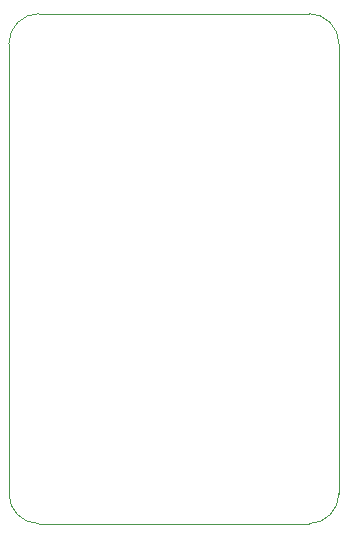
<source format=gbr>
%TF.GenerationSoftware,KiCad,Pcbnew,(6.0.6)*%
%TF.CreationDate,2023-03-16T19:41:57-05:00*%
%TF.ProjectId,Magic_Wand_Timer,4d616769-635f-4576-916e-645f54696d65,rev?*%
%TF.SameCoordinates,Original*%
%TF.FileFunction,Profile,NP*%
%FSLAX46Y46*%
G04 Gerber Fmt 4.6, Leading zero omitted, Abs format (unit mm)*
G04 Created by KiCad (PCBNEW (6.0.6)) date 2023-03-16 19:41:57*
%MOMM*%
%LPD*%
G01*
G04 APERTURE LIST*
%TA.AperFunction,Profile*%
%ADD10C,0.100000*%
%TD*%
G04 APERTURE END LIST*
D10*
X152400000Y-124460000D02*
X152400000Y-86360000D01*
X152400000Y-124460000D02*
G75*
G03*
X154940000Y-127000000I2540000J0D01*
G01*
X177800000Y-127000000D02*
G75*
G03*
X180340000Y-124460000I0J2540000D01*
G01*
X177800000Y-127000000D02*
X154940000Y-127000000D01*
X180340000Y-86360000D02*
G75*
G03*
X177800000Y-83820000I-2540000J0D01*
G01*
X154940000Y-83820000D02*
G75*
G03*
X152400000Y-86360000I0J-2540000D01*
G01*
X180340000Y-86360000D02*
X180340000Y-124460000D01*
X177800000Y-83820000D02*
X154940000Y-83820000D01*
M02*

</source>
